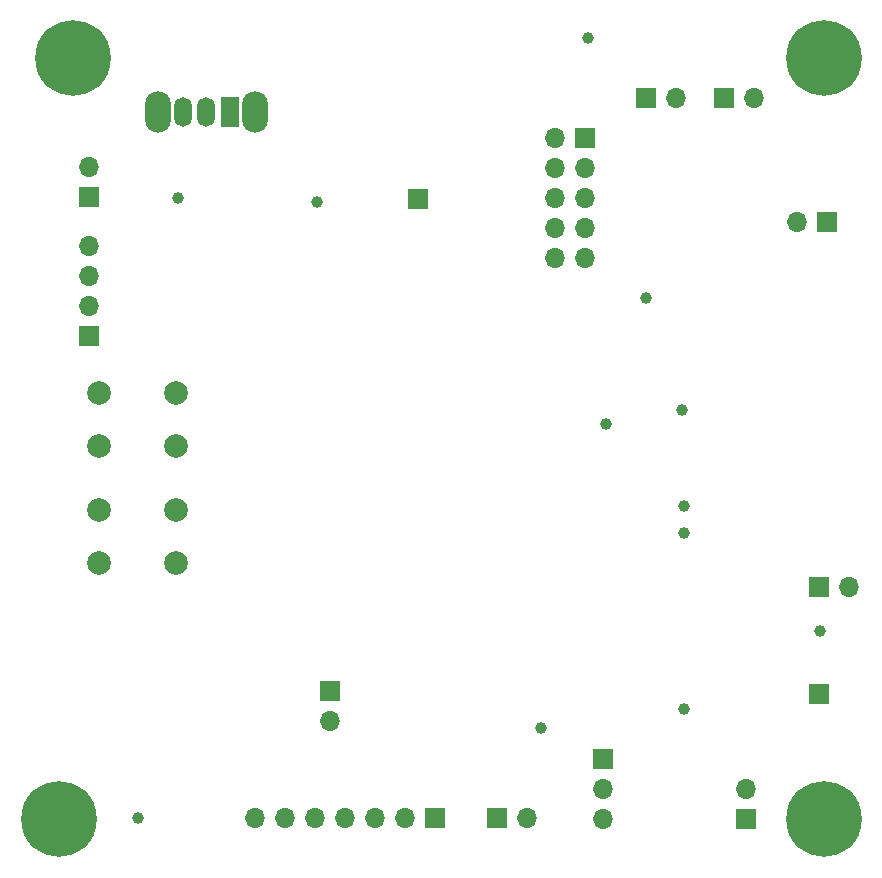
<source format=gbr>
%TF.GenerationSoftware,KiCad,Pcbnew,8.0.0-8.0.0-1~ubuntu22.04.1*%
%TF.CreationDate,2024-03-08T11:34:33-08:00*%
%TF.ProjectId,A1-FlightComputer,41312d46-6c69-4676-9874-436f6d707574,rev?*%
%TF.SameCoordinates,Original*%
%TF.FileFunction,Soldermask,Bot*%
%TF.FilePolarity,Negative*%
%FSLAX46Y46*%
G04 Gerber Fmt 4.6, Leading zero omitted, Abs format (unit mm)*
G04 Created by KiCad (PCBNEW 8.0.0-8.0.0-1~ubuntu22.04.1) date 2024-03-08 11:34:33*
%MOMM*%
%LPD*%
G01*
G04 APERTURE LIST*
%ADD10R,1.700000X1.700000*%
%ADD11O,1.700000X1.700000*%
%ADD12C,1.000000*%
%ADD13C,6.400000*%
%ADD14C,2.000000*%
%ADD15O,2.200000X3.500000*%
%ADD16R,1.500000X2.500000*%
%ADD17O,1.500000X2.500000*%
G04 APERTURE END LIST*
D10*
%TO.C,SW301*%
X125103298Y-58450000D03*
D11*
X125103298Y-55910000D03*
%TD*%
D10*
%TO.C,J301*%
X154380000Y-111000000D03*
D11*
X151840000Y-111000000D03*
X149300000Y-111000000D03*
X146760000Y-111000000D03*
X144220000Y-111000000D03*
X141680000Y-111000000D03*
X139140000Y-111000000D03*
%TD*%
D12*
%TO.C,TP205*%
X132650000Y-58550000D03*
%TD*%
%TO.C,TP401*%
X167400000Y-44950000D03*
%TD*%
%TO.C,TP207*%
X187000000Y-95200000D03*
%TD*%
%TO.C,TP402*%
X172310000Y-67005600D03*
%TD*%
%TO.C,TP201*%
X175449200Y-84614000D03*
%TD*%
D10*
%TO.C,J202*%
X153000000Y-58600000D03*
%TD*%
D13*
%TO.C,H104*%
X122555000Y-111125000D03*
%TD*%
D12*
%TO.C,TP208*%
X129275000Y-111050000D03*
%TD*%
D10*
%TO.C,J304*%
X180775000Y-111100000D03*
D11*
X180775000Y-108560000D03*
%TD*%
D12*
%TO.C,TP206*%
X175300000Y-76500000D03*
%TD*%
D10*
%TO.C,J201*%
X186950000Y-100500000D03*
%TD*%
D14*
%TO.C,SW202*%
X125950000Y-84937600D03*
X132450000Y-84937600D03*
X125950000Y-89437600D03*
X132450000Y-89437600D03*
%TD*%
D10*
%TO.C,J305*%
X186875000Y-91485000D03*
D11*
X189415000Y-91485000D03*
%TD*%
D12*
%TO.C,TP209*%
X168859200Y-77673200D03*
%TD*%
D10*
%TO.C,J303*%
X125100000Y-70175000D03*
D11*
X125100000Y-67635000D03*
X125100000Y-65095000D03*
X125100000Y-62555000D03*
%TD*%
D15*
%TO.C,SW203*%
X139150000Y-51200000D03*
X130950000Y-51200000D03*
D16*
X137050000Y-51200000D03*
D17*
X135050000Y-51200000D03*
X133050000Y-51200000D03*
%TD*%
D12*
%TO.C,TP204*%
X175500000Y-101750000D03*
%TD*%
D10*
%TO.C,J204*%
X145525000Y-100250000D03*
D11*
X145525000Y-102790000D03*
%TD*%
D13*
%TO.C,H103*%
X187325000Y-111125000D03*
%TD*%
D10*
%TO.C,J306*%
X187558800Y-60551993D03*
D11*
X185018800Y-60551993D03*
%TD*%
D10*
%TO.C,J203*%
X159660000Y-111000000D03*
D11*
X162200000Y-111000000D03*
%TD*%
D14*
%TO.C,SW201*%
X132450000Y-79552800D03*
X125950000Y-79552800D03*
X132450000Y-75052800D03*
X125950000Y-75052800D03*
%TD*%
D12*
%TO.C,TP203*%
X175500000Y-86900000D03*
%TD*%
%TO.C,TP202*%
X163375000Y-103400000D03*
%TD*%
D13*
%TO.C,H102*%
X187325000Y-46685200D03*
%TD*%
D10*
%TO.C,J205*%
X167100000Y-53480000D03*
D11*
X164560000Y-53480000D03*
X167100000Y-56020000D03*
X164560000Y-56020000D03*
X167100000Y-58560000D03*
X164560000Y-58560000D03*
X167100000Y-61100000D03*
X164560000Y-61100000D03*
X167100000Y-63640000D03*
X164560000Y-63640000D03*
%TD*%
D10*
%TO.C,J401*%
X172239400Y-50071000D03*
D11*
X174779400Y-50071000D03*
%TD*%
D13*
%TO.C,H101*%
X123748800Y-46685200D03*
%TD*%
D10*
%TO.C,SW401*%
X178884200Y-50051600D03*
D11*
X181424200Y-50051600D03*
%TD*%
D12*
%TO.C,TP403*%
X144400000Y-58850000D03*
%TD*%
D10*
%TO.C,J302*%
X168605000Y-106010000D03*
D11*
X168605000Y-108550000D03*
X168605000Y-111090000D03*
%TD*%
M02*

</source>
